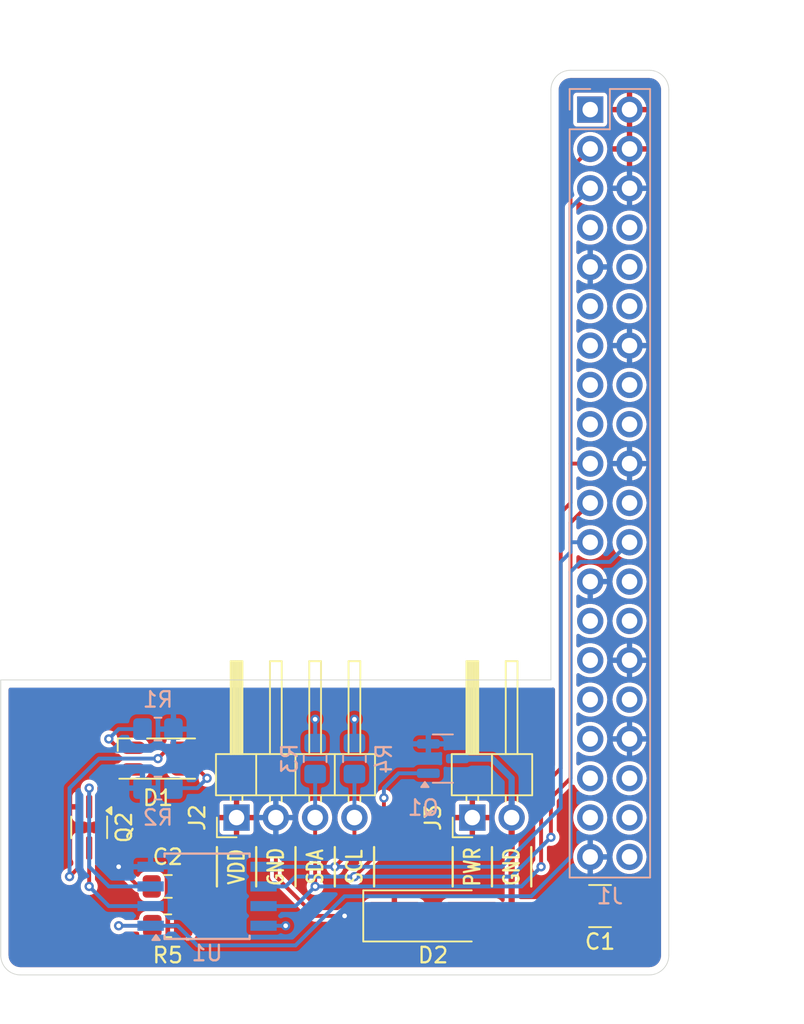
<source format=kicad_pcb>
(kicad_pcb (version 20240108) (generator "pcbnew") (generator_version "8.0")
  (title_block (title "RaspberryPI Mini Fan Driver") (date "2024-07-10") (rev "2"))
  (layers (0 "F.Cu" signal) (31 "B.Cu" signal) (34 "B.Paste" user) (35 "F.Paste" user) (36 "B.SilkS" user "B.Silkscreen") (37 "F.SilkS" user "F.Silkscreen") (38 "B.Mask" user) (39 "F.Mask" user) (44 "Edge.Cuts" user))
  (net 0 "")
  (net 1 "GND")
  (net 2 "Net-(D1-K2)")
  (net 3 "Net-(D1-A2)")
  (net 4 "Net-(D1-A1)")
  (net 5 "Net-(D1-K1)")
  (net 6 "5V0")
  (net 7 "Net-(D2-A)")
  (net 32 "/LED.G")
  (net 33 "/LED.R")
  (net 34 "/BUS.CK")
  (net 35 "/BUS.DO")
  (net 36 "/BUS.DI")
  (net 37 "/BUS.RES")
  (footprint "Connector_PinHeader_2.54mm:PinHeader_1x04_P2.54mm_Horizontal" (layer "F.Cu") (at 127 121.92 90)
    (property "Reference" "J2" (at 0 -2.54 90) (layer "F.SilkS"))
    (property "Value" "DPY_OUT")
    (fp_line (start 4.1 -1.33) (end 1.44 -1.33) (stroke (width 0.12)) (layer "F.SilkS"))
    (fp_line (start 1.44 -1.33) (end 1.44 8.95) (stroke (width 0.12)) (layer "F.SilkS"))
    (fp_line (start -1.27 -1.27) (end 0 -1.27) (stroke (width 0.12)) (layer "F.SilkS"))
    (fp_line (start 10.1 -0.38) (end 10.1 0.38) (stroke (width 0.12)) (layer "F.SilkS"))
    (fp_line (start 4.1 -0.38) (end 10.1 -0.38) (stroke (width 0.12)) (layer "F.SilkS"))
    (fp_line (start 1.11 -0.38) (end 1.44 -0.38) (stroke (width 0.12)) (layer "F.SilkS"))
    (fp_line (start 4.1 -0.32) (end 10.1 -0.32) (stroke (width 0.12)) (layer "F.SilkS"))
    (fp_line (start 4.1 -0.2) (end 10.1 -0.2) (stroke (width 0.12)) (layer "F.SilkS"))
    (fp_line (start 4.1 -0.08) (end 10.1 -0.08) (stroke (width 0.12)) (layer "F.SilkS"))
    (fp_line (start -1.27 0) (end -1.27 -1.27) (stroke (width 0.12)) (layer "F.SilkS"))
    (fp_line (start 4.1 0.04) (end 10.1 0.04) (stroke (width 0.12)) (layer "F.SilkS"))
    (fp_line (start 4.1 0.16) (end 10.1 0.16) (stroke (width 0.12)) (layer "F.SilkS"))
    (fp_line (start 4.1 0.28) (end 10.1 0.28) (stroke (width 0.12)) (layer "F.SilkS"))
    (fp_line (start 10.1 0.38) (end 4.1 0.38) (stroke (width 0.12)) (layer "F.SilkS"))
    (fp_line (start 1.11 0.38) (end 1.44 0.38) (stroke (width 0.12)) (layer "F.SilkS"))
    (fp_line (start 1.44 1.27) (end 4.1 1.27) (stroke (width 0.12)) (layer "F.SilkS"))
    (fp_line (start 10.1 2.16) (end 10.1 2.92) (stroke (width 0.12)) (layer "F.SilkS"))
    (fp_line (start 4.1 2.16) (end 10.1 2.16) (stroke (width 0.12)) (layer "F.SilkS"))
    (fp_line (start 1.042929 2.16) (end 1.44 2.16) (stroke (width 0.12)) (layer "F.SilkS"))
    (fp_line (start 10.1 2.92) (end 4.1 2.92) (stroke (width 0.12)) (layer "F.SilkS"))
    (fp_line (start 1.042929 2.92) (end 1.44 2.92) (stroke (width 0.12)) (layer "F.SilkS"))
    (fp_line (start 1.44 3.81) (end 4.1 3.81) (stroke (width 0.12)) (layer "F.SilkS"))
    (fp_line (start 10.1 4.7) (end 10.1 5.46) (stroke (width 0.12)) (layer "F.SilkS"))
    (fp_line (start 4.1 4.7) (end 10.1 4.7) (stroke (width 0.12)) (layer "F.SilkS"))
    (fp_line (start 1.042929 4.7) (end 1.44 4.7) (stroke (width 0.12)) (layer "F.SilkS"))
    (fp_line (start 10.1 5.46) (end 4.1 5.46) (stroke (width 0.12)) (layer "F.SilkS"))
    (fp_line (start 1.042929 5.46) (end 1.44 5.46) (stroke (width 0.12)) (layer "F.SilkS"))
    (fp_line (start 1.44 6.35) (end 4.1 6.35) (stroke (width 0.12)) (layer "F.SilkS"))
    (fp_line (start 10.1 7.24) (end 10.1 8) (stroke (width 0.12)) (layer "F.SilkS"))
    (fp_line (start 4.1 7.24) (end 10.1 7.24) (stroke (width 0.12)) (layer "F.SilkS"))
    (fp_line (start 1.042929 7.24) (end 1.44 7.24) (stroke (width 0.12)) (layer "F.SilkS"))
    (fp_line (start 10.1 8) (end 4.1 8) (stroke (width 0.12)) (layer "F.SilkS"))
    (fp_line (start 1.042929 8) (end 1.44 8) (stroke (width 0.12)) (layer "F.SilkS"))
    (fp_line (start 4.1 8.95) (end 4.1 -1.33) (stroke (width 0.12)) (layer "F.SilkS"))
    (fp_line (start 1.44 8.95) (end 4.1 8.95) (stroke (width 0.12)) (layer "F.SilkS"))
    (pad "1" thru_hole rect (at 0 0 90) (size 1.7 1.7) (drill 1) (layers "*.Cu" "*.Mask") (net 6 "5V0"))
    (pad "2" thru_hole oval (at 0 2.54 90) (size 1.7 1.7) (drill 1) (layers "*.Cu" "*.Mask") (net 1 "GND"))
    (pad "3" thru_hole oval (at 0 5.08 90) (size 1.7 1.7) (drill 1) (layers "*.Cu" "*.Mask") (net 35 "/BUS.DO"))
    (pad "4" thru_hole oval (at 0 7.62 90) (size 1.7 1.7) (drill 1) (layers "*.Cu" "*.Mask") (net 34 "/BUS.CK"))
  )
  (footprint "Connector_PinHeader_2.54mm:PinHeader_1x02_P2.54mm_Horizontal" (layer "F.Cu") (at 142.24 121.92 90)
    (property "Reference" "J3" (at 0 -2.54 90) (layer "F.SilkS"))
    (property "Value" "FAN_OUT")
    (fp_line (start 4.1 -1.33) (end 1.44 -1.33) (stroke (width 0.12)) (layer "F.SilkS"))
    (fp_line (start 1.44 -1.33) (end 1.44 3.87) (stroke (width 0.12)) (layer "F.SilkS"))
    (fp_line (start -1.27 -1.27) (end 0 -1.27) (stroke (width 0.12)) (layer "F.SilkS"))
    (fp_line (start 10.1 -0.38) (end 10.1 0.38) (stroke (width 0.12)) (layer "F.SilkS"))
    (fp_line (start 4.1 -0.38) (end 10.1 -0.38) (stroke (width 0.12)) (layer "F.SilkS"))
    (fp_line (start 1.11 -0.38) (end 1.44 -0.38) (stroke (width 0.12)) (layer "F.SilkS"))
    (fp_line (start 4.1 -0.32) (end 10.1 -0.32) (stroke (width 0.12)) (layer "F.SilkS"))
    (fp_line (start 4.1 -0.2) (end 10.1 -0.2) (stroke (width 0.12)) (layer "F.SilkS"))
    (fp_line (start 4.1 -0.08) (end 10.1 -0.08) (stroke (width 0.12)) (layer "F.SilkS"))
    (fp_line (start -1.27 0) (end -1.27 -1.27) (stroke (width 0.12)) (layer "F.SilkS"))
    (fp_line (start 4.1 0.04) (end 10.1 0.04) (stroke (width 0.12)) (layer "F.SilkS"))
    (fp_line (start 4.1 0.16) (end 10.1 0.16) (stroke (width 0.12)) (layer "F.SilkS"))
    (fp_line (start 4.1 0.28) (end 10.1 0.28) (stroke (width 0.12)) (layer "F.SilkS"))
    (fp_line (start 10.1 0.38) (end 4.1 0.38) (stroke (width 0.12)) (layer "F.SilkS"))
    (fp_line (start 1.11 0.38) (end 1.44 0.38) (stroke (width 0.12)) (layer "F.SilkS"))
    (fp_line (start 1.44 1.27) (end 4.1 1.27) (stroke (width 0.12)) (layer "F.SilkS"))
    (fp_line (start 10.1 2.16) (end 10.1 2.92) (stroke (width 0.12)) (layer "F.SilkS"))
    (fp_line (start 4.1 2.16) (end 10.1 2.16) (stroke (width 0.12)) (layer "F.SilkS"))
    (fp_line (start 1.042929 2.16) (end 1.44 2.16) (stroke (width 0.12)) (layer "F.SilkS"))
    (fp_line (start 10.1 2.92) (end 4.1 2.92) (stroke (width 0.12)) (layer "F.SilkS"))
    (fp_line (start 1.042929 2.92) (end 1.44 2.92) (stroke (width 0.12)) (layer "F.SilkS"))
    (fp_line (start 4.1 3.87) (end 4.1 -1.33) (stroke (width 0.12)) (layer "F.SilkS"))
    (fp_line (start 1.44 3.87) (end 4.1 3.87) (stroke (width 0.12)) (layer "F.SilkS"))
    (pad "1" thru_hole rect (at 0 0 90) (size 1.7 1.7) (drill 1) (layers "*.Cu" "*.Mask") (net 6 "5V0"))
    (pad "2" thru_hole oval (at 0 2.54 90) (size 1.7 1.7) (drill 1) (layers "*.Cu" "*.Mask") (net 7 "Net-(D2-A)"))
  )
  (footprint "Capacitor_SMD:C_1210_3225Metric_Pad1.33x2.70mm_HandSolder" (layer "F.Cu") (at 150.495 127.635 180)
    (property "Reference" "C1" (at 0 -2.3 0) (layer "F.SilkS"))
    (property "Value" "100u")
    (fp_line (start -0.711252 1.36) (end 0.711252 1.36) (stroke (width 0.12)) (layer "F.SilkS"))
    (fp_line (start -0.711252 -1.36) (end 0.711252 -1.36) (stroke (width 0.12)) (layer "F.SilkS"))
    (pad "1" smd roundrect (at -1.5625 0 180) (size 1.325 2.7) (layers "F.Cu" "F.Paste" "F.Mask") (roundrect_rratio 0.188679) (net 6 "5V0"))
    (pad "2" smd roundrect (at 1.5625 0 180) (size 1.325 2.7) (layers "F.Cu" "F.Paste" "F.Mask") (roundrect_rratio 0.188679) (net 7 "Net-(D2-A)"))
  )
  (footprint "Package_TO_SOT_SMD:SOT-363_SC-70-6_Handsoldering" (layer "F.Cu") (at 117.475 122.555 -90)
    (property "Reference" "Q2" (at 0 -2.25 90) (layer "F.SilkS"))
    (property "Value" "2N7002PS")
    (fp_line (start -0.7 1.16) (end 0.7 1.16) (stroke (width 0.12)) (layer "F.SilkS"))
    (fp_line (start -0.71 -1.16) (end 0.7 -1.16) (stroke (width 0.12)) (layer "F.SilkS"))
    (fp_poly (pts (xy -1.08 -1.11) (xy -1.32 -1.44) (xy -0.84 -1.44) (xy -1.08 -1.11)) (stroke (width 0.12)) (fill solid) (layer "F.SilkS"))
    (pad "1" smd roundrect (at -1.33 -0.65 270) (size 1.5 0.4) (layers "F.Cu" "F.Paste" "F.Mask") (net 3 "Net-(D1-A2)"))
    (pad "2" smd roundrect (at -1.33 0 270) (size 1.5 0.4) (layers "F.Cu" "F.Paste" "F.Mask") (net 32 "/LED.G"))
    (pad "3" smd roundrect (at -1.33 0.65 270) (size 1.5 0.4) (layers "F.Cu" "F.Paste" "F.Mask") (net 6 "5V0"))
    (pad "4" smd roundrect (at 1.33 0.65 270) (size 1.5 0.4) (layers "F.Cu" "F.Paste" "F.Mask") (net 4 "Net-(D1-A1)"))
    (pad "5" smd roundrect (at 1.33 0 270) (size 1.5 0.4) (layers "F.Cu" "F.Paste" "F.Mask") (net 33 "/LED.R"))
    (pad "6" smd roundrect (at 1.33 -0.65 270) (size 1.5 0.4) (layers "F.Cu" "F.Paste" "F.Mask") (net 6 "5V0"))
  )
  (footprint "Diode_SMD:D_SMA_Handsoldering" (layer "F.Cu") (at 139.7 128.27)
    (property "Reference" "D2" (at 0 2.54 0) (layer "F.SilkS"))
    (property "Value" "SK34")
    (fp_line (start -4.51 -1.65) (end -4.51 1.65) (stroke (width 0.12)) (layer "F.SilkS"))
    (fp_line (start -4.51 -1.65) (end 2.5 -1.65) (stroke (width 0.12)) (layer "F.SilkS"))
    (fp_line (start -4.51 1.65) (end 2.5 1.65) (stroke (width 0.12)) (layer "F.SilkS"))
    (pad "1" smd roundrect (at -2.5 0) (size 3.5 1.8) (layers "F.Cu" "F.Paste" "F.Mask") (roundrect_rratio 0.1388888889) (net 6 "5V0"))
    (pad "2" smd roundrect (at 2.5 0) (size 3.5 1.8) (layers "F.Cu" "F.Paste" "F.Mask") (roundrect_rratio 0.1388888889) (net 7 "Net-(D2-A)"))
  )
  (footprint "Resistor_SMD:R_0805_2012Metric_Pad1.20x1.40mm_HandSolder" (layer "F.Cu") (at 122.555 128.905)
    (property "Reference" "R5" (at 0 1.905 0) (layer "F.SilkS"))
    (property "Value" "10k")
    (fp_line (start -0.227064 -0.735) (end 0.227064 -0.735) (stroke (width 0.12)) (layer "F.SilkS"))
    (fp_line (start -0.227064 0.735) (end 0.227064 0.735) (stroke (width 0.12)) (layer "F.SilkS"))
    (pad "1" smd roundrect (at -1 0) (size 1.2 1.4) (layers "F.Cu" "F.Paste" "F.Mask") (roundrect_rratio 0.208333) (net 37 "/BUS.RES"))
    (pad "2" smd roundrect (at 1 0) (size 1.2 1.4) (layers "F.Cu" "F.Paste" "F.Mask") (roundrect_rratio 0.208333) (net 6 "5V0"))
  )
  (footprint "Capacitor_SMD:C_0805_2012Metric_Pad1.18x1.45mm_HandSolder" (layer "F.Cu") (at 122.555 126.365 180)
    (property "Reference" "C2" (at 0 1.905 0) (layer "F.SilkS"))
    (property "Value" "1u")
    (fp_line (start -0.261252 0.735) (end 0.261252 0.735) (stroke (width 0.12)) (layer "F.SilkS"))
    (fp_line (start -0.261252 -0.735) (end 0.261252 -0.735) (stroke (width 0.12)) (layer "F.SilkS"))
    (pad "1" smd roundrect (at -1.0375 0 180) (size 1.175 1.45) (layers "F.Cu" "F.Paste" "F.Mask") (roundrect_rratio 0.212766) (net 6 "5V0"))
    (pad "2" smd roundrect (at 1.0375 0 180) (size 1.175 1.45) (layers "F.Cu" "F.Paste" "F.Mask") (roundrect_rratio 0.212766) (net 1 "GND"))
  )
  (footprint "LED_SMD:LED_Kingbright_KPBD-3224" (layer "F.Cu") (at 121.92 118.11)
    (property "Reference" "D1" (at 0 2.54 0) (layer "F.SilkS"))
    (property "Value" "KPTB-1612")
    (fp_line (start -2.6 -1.3) (end -2.6 -0.5) (stroke (width 0.12)) (layer "F.SilkS"))
    (fp_line (start -2.6 -1.3) (end -1.7 -1.3) (stroke (width 0.12)) (layer "F.SilkS"))
    (fp_line (start -2.5 1.3) (end 2.4 1.3) (stroke (width 0.12)) (layer "F.SilkS"))
    (fp_line (start 2.4 -1.3) (end -0.7 -1.3) (stroke (width 0.12)) (layer "F.SilkS"))
    (pad "1" smd rect (at 1.6 -0.7 180) (size 1.6 0.8) (layers "F.Cu" "F.Paste" "F.Mask") (net 4 "Net-(D1-A1)"))
    (pad "2" smd oval (at -1.6 -0.7 180) (size 1.6 0.8) (layers "F.Cu" "F.Paste" "F.Mask") (net 5 "Net-(D1-K1)"))
    (pad "3" smd oval (at 1.6 0.7 180) (size 1.6 0.8) (layers "F.Cu" "F.Paste" "F.Mask") (net 2 "Net-(D1-K2)"))
    (pad "4" smd oval (at -1.6 0.7 180) (size 1.6 0.8) (layers "F.Cu" "F.Paste" "F.Mask") (net 3 "Net-(D1-A2)"))
  )
  (footprint "Package_SO:SOIC-8W_5.3x5.3mm_P1.27mm" (layer "B.Cu") (at 125.095 127)
    (property "Reference" "U1" (at 0 3.68 0) (layer "B.SilkS") (effects (justify mirror)))
    (property "Value" "ATtiny85-20S")
    (fp_line (start -2.75 -2.55) (end -2.75 -2.755) (stroke (width 0.15)) (layer "B.SilkS"))
    (fp_line (start -2.75 2.55) (end -2.75 2.755) (stroke (width 0.15)) (layer "B.SilkS"))
    (fp_line (start 2.75 -2.755) (end -2.75 -2.755) (stroke (width 0.15)) (layer "B.SilkS"))
    (fp_line (start 2.75 -2.55) (end 2.75 -2.755) (stroke (width 0.15)) (layer "B.SilkS"))
    (fp_line (start 2.75 2.55) (end 2.75 2.755) (stroke (width 0.15)) (layer "B.SilkS"))
    (fp_line (start 2.75 2.755) (end -2.75 2.755) (stroke (width 0.15)) (layer "B.SilkS"))
    (fp_poly (pts (xy -3.3 2.5) (xy -3.54 2.83) (xy -3.06 2.83) (xy -3.3 2.5)) (stroke (width 0.12)) (fill solid) (layer "B.SilkS"))
    (pad "1" smd rect (at -3.65 1.905) (size 1.7 0.65) (layers "B.Cu" "B.Paste" "B.Mask") (net 37 "/BUS.RES"))
    (pad "2" smd rect (at -3.65 0.635) (size 1.7 0.65) (layers "B.Cu" "B.Paste" "B.Mask") (net 33 "/LED.R"))
    (pad "3" smd rect (at -3.65 -0.635) (size 1.7 0.65) (layers "B.Cu" "B.Paste" "B.Mask") (net 32 "/LED.G"))
    (pad "4" smd rect (at -3.65 -1.905) (size 1.7 0.65) (layers "B.Cu" "B.Paste" "B.Mask") (net 1 "GND"))
    (pad "5" smd rect (at 3.65 -1.905) (size 1.7 0.65) (layers "B.Cu" "B.Paste" "B.Mask") (net 34 "/BUS.CK"))
    (pad "6" smd rect (at 3.65 -0.635) (size 1.7 0.65) (layers "B.Cu" "B.Paste" "B.Mask") (net 36 "/BUS.DI"))
    (pad "7" smd rect (at 3.65 0.635) (size 1.7 0.65) (layers "B.Cu" "B.Paste" "B.Mask") (net 35 "/BUS.DO"))
    (pad "8" smd rect (at 3.65 1.905) (size 1.7 0.65) (layers "B.Cu" "B.Paste" "B.Mask") (net 6 "5V0"))
  )
  (footprint "Resistor_SMD:R_0805_2012Metric_Pad1.20x1.40mm_HandSolder" (layer "B.Cu") (at 121.92 116.205)
    (property "Reference" "R1" (at 0 -1.905 0) (layer "B.SilkS") (effects (justify mirror)))
    (property "Value" "200")
    (fp_line (start 0.227064 -0.735) (end -0.227064 -0.735) (stroke (width 0.12)) (layer "B.SilkS"))
    (fp_line (start 0.227064 0.735) (end -0.227064 0.735) (stroke (width 0.12)) (layer "B.SilkS"))
    (pad "1" smd roundrect (at -1 0) (size 1.2 1.4) (layers "B.Cu" "B.Paste" "B.Mask") (roundrect_rratio 0.208333) (net 5 "Net-(D1-K1)"))
    (pad "2" smd roundrect (at 1 0) (size 1.2 1.4) (layers "B.Cu" "B.Paste" "B.Mask") (roundrect_rratio 0.208333) (net 1 "GND"))
  )
  (footprint "Connector_PinSocket_2.54mm:PinSocket_2x20_P2.54mm_Vertical" (layer "B.Cu") (at 149.86 76.2 180)
    (property "Reference" "J1" (at -1.27 -50.8 0) (layer "B.SilkS") (effects (justify mirror)))
    (property "Value" "RPI_INOUT")
    (fp_line (start 1.33 1.33) (end 0 1.33) (stroke (width 0.12)) (layer "B.SilkS"))
    (fp_line (start 1.33 0) (end 1.33 1.33) (stroke (width 0.12)) (layer "B.SilkS"))
    (fp_line (start 1.33 -1.27) (end -1.27 -1.27) (stroke (width 0.12)) (layer "B.SilkS"))
    (fp_line (start 1.33 -49.59) (end 1.33 -1.27) (stroke (width 0.12)) (layer "B.SilkS"))
    (fp_line (start 1.33 -49.59) (end -3.87 -49.59) (stroke (width 0.12)) (layer "B.SilkS"))
    (fp_line (start -1.27 1.33) (end -3.87 1.33) (stroke (width 0.12)) (layer "B.SilkS"))
    (fp_line (start -1.27 -1.27) (end -1.27 1.33) (stroke (width 0.12)) (layer "B.SilkS"))
    (fp_line (start -3.87 -49.59) (end -3.87 1.33) (stroke (width 0.12)) (layer "B.SilkS"))
    (pad "1" thru_hole rect (at 0 0 180) (size 1.7 1.7) (drill 1) (layers "*.Cu" "*.Mask"))
    (pad "2" thru_hole oval (at -2.54 0 180) (size 1.7 1.7) (drill 1) (layers "*.Cu" "*.Mask") (net 6 "5V0"))
    (pad "3" thru_hole oval (at 0 -2.54 180) (size 1.7 1.7) (drill 1) (layers "*.Cu" "*.Mask") (net 35 "/BUS.DO"))
    (pad "4" thru_hole oval (at -2.54 -2.54 180) (size 1.7 1.7) (drill 1) (layers "*.Cu" "*.Mask") (net 6 "5V0"))
    (pad "5" thru_hole oval (at 0 -5.08 180) (size 1.7 1.7) (drill 1) (layers "*.Cu" "*.Mask") (net 34 "/BUS.CK"))
    (pad "6" thru_hole oval (at -2.54 -5.08 180) (size 1.7 1.7) (drill 1) (layers "*.Cu" "*.Mask") (net 1 "GND"))
    (pad "7" thru_hole oval (at 0 -7.62 180) (size 1.7 1.7) (drill 1) (layers "*.Cu" "*.Mask"))
    (pad "8" thru_hole oval (at -2.54 -7.62 180) (size 1.7 1.7) (drill 1) (layers "*.Cu" "*.Mask"))
    (pad "9" thru_hole oval (at 0 -10.16 180) (size 1.7 1.7) (drill 1) (layers "*.Cu" "*.Mask") (net 1 "GND"))
    (pad "10" thru_hole oval (at -2.54 -10.16 180) (size 1.7 1.7) (drill 1) (layers "*.Cu" "*.Mask"))
    (pad "11" thru_hole oval (at 0 -12.7 180) (size 1.7 1.7) (drill 1) (layers "*.Cu" "*.Mask"))
    (pad "12" thru_hole oval (at -2.54 -12.7 180) (size 1.7 1.7) (drill 1) (layers "*.Cu" "*.Mask"))
    (pad "13" thru_hole oval (at 0 -15.24 180) (size 1.7 1.7) (drill 1) (layers "*.Cu" "*.Mask"))
    (pad "14" thru_hole oval (at -2.54 -15.24 180) (size 1.7 1.7) (drill 1) (layers "*.Cu" "*.Mask") (net 1 "GND"))
    (pad "15" thru_hole oval (at 0 -17.78 180) (size 1.7 1.7) (drill 1) (layers "*.Cu" "*.Mask"))
    (pad "16" thru_hole oval (at -2.54 -17.78 180) (size 1.7 1.7) (drill 1) (layers "*.Cu" "*.Mask"))
    (pad "17" thru_hole oval (at 0 -20.32 180) (size 1.7 1.7) (drill 1) (layers "*.Cu" "*.Mask"))
    (pad "18" thru_hole oval (at -2.54 -20.32 180) (size 1.7 1.7) (drill 1) (layers "*.Cu" "*.Mask"))
    (pad "19" thru_hole oval (at 0 -22.86 180) (size 1.7 1.7) (drill 1) (layers "*.Cu" "*.Mask") (net 35 "/BUS.DO"))
    (pad "20" thru_hole oval (at -2.54 -22.86 180) (size 1.7 1.7) (drill 1) (layers "*.Cu" "*.Mask") (net 1 "GND"))
    (pad "21" thru_hole oval (at 0 -25.4 180) (size 1.7 1.7) (drill 1) (layers "*.Cu" "*.Mask") (net 36 "/BUS.DI"))
    (pad "22" thru_hole oval (at -2.54 -25.4 180) (size 1.7 1.7) (drill 1) (layers "*.Cu" "*.Mask"))
    (pad "23" thru_hole oval (at 0 -27.94 180) (size 1.7 1.7) (drill 1) (layers "*.Cu" "*.Mask") (net 34 "/BUS.CK"))
    (pad "24" thru_hole oval (at -2.54 -27.94 180) (size 1.7 1.7) (drill 1) (layers "*.Cu" "*.Mask") (net 37 "/BUS.RES"))
    (pad "25" thru_hole oval (at 0 -30.48 180) (size 1.7 1.7) (drill 1) (layers "*.Cu" "*.Mask") (net 1 "GND"))
    (pad "26" thru_hole oval (at -2.54 -30.48 180) (size 1.7 1.7) (drill 1) (layers "*.Cu" "*.Mask"))
    (pad "27" thru_hole oval (at 0 -33.02 180) (size 1.7 1.7) (drill 1) (layers "*.Cu" "*.Mask"))
    (pad "28" thru_hole oval (at -2.54 -33.02 180) (size 1.7 1.7) (drill 1) (layers "*.Cu" "*.Mask"))
    (pad "29" thru_hole oval (at 0 -35.56 180) (size 1.7 1.7) (drill 1) (layers "*.Cu" "*.Mask"))
    (pad "30" thru_hole oval (at -2.54 -35.56 180) (size 1.7 1.7) (drill 1) (layers "*.Cu" "*.Mask") (net 1 "GND"))
    (pad "31" thru_hole oval (at 0 -38.1 180) (size 1.7 1.7) (drill 1) (layers "*.Cu" "*.Mask"))
    (pad "32" thru_hole oval (at -2.54 -38.1 180) (size 1.7 1.7) (drill 1) (layers "*.Cu" "*.Mask"))
    (pad "33" thru_hole oval (at 0 -40.64 180) (size 1.7 1.7) (drill 1) (layers "*.Cu" "*.Mask"))
    (pad "34" thru_hole oval (at -2.54 -40.64 180) (size 1.7 1.7) (drill 1) (layers "*.Cu" "*.Mask") (net 1 "GND"))
    (pad "35" thru_hole oval (at 0 -43.18 180) (size 1.7 1.7) (drill 1) (layers "*.Cu" "*.Mask"))
    (pad "36" thru_hole oval (at -2.54 -43.18 180) (size 1.7 1.7) (drill 1) (layers "*.Cu" "*.Mask"))
    (pad "37" thru_hole oval (at 0 -45.72 180) (size 1.7 1.7) (drill 1) (layers "*.Cu" "*.Mask"))
    (pad "38" thru_hole oval (at -2.54 -45.72 180) (size 1.7 1.7) (drill 1) (layers "*.Cu" "*.Mask"))
    (pad "39" thru_hole oval (at 0 -48.26 180) (size 1.7 1.7) (drill 1) (layers "*.Cu" "*.Mask") (net 1 "GND"))
    (pad "40" thru_hole oval (at -2.54 -48.26 180) (size 1.7 1.7) (drill 1) (layers "*.Cu" "*.Mask"))
  )
  (footprint "Package_TO_SOT_SMD:SOT-23" (layer "B.Cu") (at 140.335 118.11)
    (property "Reference" "Q1" (at -1.27 3.175 0) (layer "B.SilkS") (effects (justify mirror)))
    (property "Value" "IRLML6346")
    (fp_line (start -0.65 -1.56) (end 0 -1.56) (stroke (width 0.12)) (layer "B.SilkS"))
    (fp_line (start -0.65 1.56) (end 0 1.56) (stroke (width 0.12)) (layer "B.SilkS"))
    (fp_line (start 0.65 -1.56) (end 0 -1.56) (stroke (width 0.12)) (layer "B.SilkS"))
    (fp_line (start 0.65 1.56) (end 0 1.56) (stroke (width 0.12)) (layer "B.SilkS"))
    (fp_poly (pts (xy -1.1625 1.51) (xy -1.4025 1.84) (xy -0.9225 1.84) (xy -1.1625 1.51)) (stroke (width 0.12)) (fill solid) (layer "B.SilkS"))
    (pad "1" smd roundrect (at -0.9375 0.95) (size 1.475 0.6) (layers "B.Cu" "B.Paste" "B.Mask") (net 36 "/BUS.DI"))
    (pad "2" smd roundrect (at -0.9375 -0.95) (size 1.475 0.6) (layers "B.Cu" "B.Paste" "B.Mask") (net 1 "GND"))
    (pad "3" smd roundrect (at 0.9375 0) (size 1.475 0.6) (layers "B.Cu" "B.Paste" "B.Mask") (net 7 "Net-(D2-A)"))
  )
  (footprint "Resistor_SMD:R_0805_2012Metric_Pad1.20x1.40mm_HandSolder" (layer "B.Cu") (at 134.62 118.11 -90)
    (property "Reference" "R4" (at 0 -1.905 90) (layer "B.SilkS") (effects (justify mirror)))
    (property "Value" "4k7")
    (fp_line (start 0.227064 0.735) (end -0.227064 0.735) (stroke (width 0.12)) (layer "B.SilkS"))
    (fp_line (start 0.227064 -0.735) (end -0.227064 -0.735) (stroke (width 0.12)) (layer "B.SilkS"))
    (pad "1" smd roundrect (at -1 0 270) (size 1.2 1.4) (layers "B.Cu" "B.Paste" "B.Mask") (roundrect_rratio 0.208333) (net 6 "5V0"))
    (pad "2" smd roundrect (at 1 0 270) (size 1.2 1.4) (layers "B.Cu" "B.Paste" "B.Mask") (roundrect_rratio 0.208333) (net 34 "/BUS.CK"))
  )
  (footprint "Resistor_SMD:R_0805_2012Metric_Pad1.20x1.40mm_HandSolder" (layer "B.Cu") (at 121.92 120.015 180)
    (property "Reference" "R2" (at 0 -1.905 0) (layer "B.SilkS") (effects (justify mirror)))
    (property "Value" "120")
    (fp_line (start 0.227064 0.735) (end -0.227064 0.735) (stroke (width 0.12)) (layer "B.SilkS"))
    (fp_line (start 0.227064 -0.735) (end -0.227064 -0.735) (stroke (width 0.12)) (layer "B.SilkS"))
    (pad "1" smd roundrect (at -1 0 180) (size 1.2 1.4) (layers "B.Cu" "B.Paste" "B.Mask") (roundrect_rratio 0.208333) (net 2 "Net-(D1-K2)"))
    (pad "2" smd roundrect (at 1 0 180) (size 1.2 1.4) (layers "B.Cu" "B.Paste" "B.Mask") (roundrect_rratio 0.208333) (net 1 "GND"))
  )
  (footprint "Resistor_SMD:R_0805_2012Metric_Pad1.20x1.40mm_HandSolder" (layer "B.Cu") (at 132.08 118.11 -90)
    (property "Reference" "R3" (at 0 1.65 90) (layer "B.SilkS") (effects (justify mirror)))
    (property "Value" "4k7")
    (fp_line (start 0.227064 0.735) (end -0.227064 0.735) (stroke (width 0.12)) (layer "B.SilkS"))
    (fp_line (start 0.227064 -0.735) (end -0.227064 -0.735) (stroke (width 0.12)) (layer "B.SilkS"))
    (pad "1" smd roundrect (at -1 0 270) (size 1.2 1.4) (layers "B.Cu" "B.Paste" "B.Mask") (roundrect_rratio 0.208333) (net 6 "5V0"))
    (pad "2" smd roundrect (at 1 0 270) (size 1.2 1.4) (layers "B.Cu" "B.Paste" "B.Mask") (roundrect_rratio 0.208333) (net 35 "/BUS.DO"))
  )
  (gr_line (start 143.51 126.365) (end 143.51 123.825) (stroke (width 0.15)) (layer "F.SilkS"))
  (gr_line (start 133.35 126.365) (end 133.35 123.825) (stroke (width 0.15)) (layer "F.SilkS"))
  (gr_line (start 140.97 126.365) (end 140.97 123.825) (stroke (width 0.15)) (layer "F.SilkS"))
  (gr_line (start 125.73 126.365) (end 125.73 123.825) (stroke (width 0.15)) (layer "F.SilkS"))
  (gr_line (start 146.05 123.825) (end 146.05 126.365) (stroke (width 0.15)) (layer "F.SilkS"))
  (gr_line (start 130.81 123.825) (end 130.81 126.365) (stroke (width 0.15)) (layer "F.SilkS"))
  (gr_line (start 135.89 123.825) (end 135.89 126.365) (stroke (width 0.15)) (layer "F.SilkS"))
  (gr_line (start 128.27 126.365) (end 128.27 123.825) (stroke (width 0.15)) (layer "F.SilkS"))
  (gr_line (start 153.67 73.66) (end 148.59 73.66) (stroke (width 0.05)) (layer "Edge.Cuts"))
  (gr_line (start 147.32 74.93) (end 147.32 113.03) (stroke (width 0.05)) (layer "Edge.Cuts"))
  (gr_arc (start 147.32 74.93) (mid 147.691974 74.031974) (end 148.59 73.66) (stroke (width 0.05)) (layer "Edge.Cuts"))
  (gr_line (start 113.03 132.08) (end 153.67 132.08) (stroke (width 0.05)) (layer "Edge.Cuts"))
  (gr_arc (start 154.94 130.81) (mid 154.568026 131.708026) (end 153.67 132.08) (stroke (width 0.05)) (layer "Edge.Cuts"))
  (gr_arc (start 153.67 73.66) (mid 154.568026 74.031974) (end 154.94 74.93) (stroke (width 0.05)) (layer "Edge.Cuts"))
  (gr_arc (start 113.03 132.08) (mid 112.131974 131.708026) (end 111.76 130.81) (stroke (width 0.05)) (layer "Edge.Cuts"))
  (gr_line (start 147.32 113.03) (end 111.76 113.03) (stroke (width 0.05)) (layer "Edge.Cuts"))
  (gr_line (start 154.94 130.81) (end 154.94 74.93) (stroke (width 0.05)) (layer "Edge.Cuts"))
  (gr_line (start 111.76 113.03) (end 111.76 130.81) (stroke (width 0.05)) (layer "Edge.Cuts"))
  (gr_text "VDD" (at 127 125.095 90) (layer "F.SilkS") (effects (font (size 1 0.8))))
  (gr_text "SDA" (at 132.08 125.095 90) (layer "F.SilkS") (effects (font (size 1 0.8))))
  (gr_text "PWR" (at 142.24 125.095 90) (layer "F.SilkS") (effects (font (size 1 0.8))))
  (gr_text "SCL" (at 134.62 125.095 90) (layer "F.SilkS") (effects (font (size 1 0.8))))
  (gr_text "GND" (at 129.54 125.095 90) (layer "F.SilkS") (effects (font (size 1 0.8))))
  (gr_text "GND" (at 144.78 125.095 90) (layer "F.SilkS") (effects (font (size 1 0.8))))
  (segment (start 133.985 128.27) (end 132.08 128.27) (width 0.25) (layer "F.Cu") (net 1))
  (segment (start 129.54 125.73) (end 129.54 121.92) (width 0.25) (layer "F.Cu") (net 1))
  (segment (start 120.65 126.365) (end 121.5175 126.365) (width 0.25) (layer "F.Cu") (net 1))
  (segment (start 119.38 125.095) (end 120.65 126.365) (width 0.25) (layer "F.Cu") (net 1))
  (segment (start 132.08 128.27) (end 129.54 125.73) (width 0.25) (layer "F.Cu") (net 1))
  (via (at 119.38 125.095) (size 0.6) (drill 0.3) (layers "F.Cu" "B.Cu") (net 1))
  (via (at 133.985 128.27) (size 0.6) (drill 0.3) (layers "F.Cu" "B.Cu") (net 1))
  (segment (start 123.52 118.81) (end 124.525 118.81) (width 0.25) (layer "F.Cu") (net 2))
  (segment (start 124.525 118.81) (end 125.095 119.38) (width 0.25) (layer "F.Cu") (net 2))
  (via (at 125.095 119.38) (size 0.6) (drill 0.3) (layers "F.Cu" "B.Cu") (net 2))
  (segment (start 124.46 120.015) (end 122.92 120.015) (width 0.25) (layer "B.Cu") (net 2))
  (segment (start 125.095 119.38) (end 124.46 120.015) (width 0.25) (layer "B.Cu") (net 2))
  (segment (start 118.125 121.225) (end 118.125 120) (width 0.25) (layer "F.Cu") (net 3))
  (segment (start 119.315 118.81) (end 120.32 118.81) (width 0.25) (layer "F.Cu") (net 3))
  (segment (start 118.125 120) (end 119.315 118.81) (width 0.25) (layer "F.Cu") (net 3))
  (segment (start 122.62 117.41) (end 123.52 117.41) (width 0.25) (layer "F.Cu") (net 4))
  (segment (start 121.92 118.11) (end 122.62 117.41) (width 0.25) (layer "F.Cu") (net 4))
  (segment (start 116.825 125.11) (end 116.205 125.73) (width 0.25) (layer "F.Cu") (net 4))
  (segment (start 116.825 123.885) (end 116.825 125.11) (width 0.25) (layer "F.Cu") (net 4))
  (via (at 116.205 125.73) (size 0.6) (drill 0.3) (layers "F.Cu" "B.Cu") (net 4))
  (via (at 121.92 118.11) (size 0.6) (drill 0.3) (layers "F.Cu" "B.Cu") (net 4))
  (segment (start 118.11 118.11) (end 121.92 118.11) (width 0.25) (layer "B.Cu") (net 4))
  (segment (start 116.205 125.73) (end 116.205 120.015) (width 0.25) (layer "B.Cu") (net 4))
  (segment (start 116.205 120.015) (end 118.11 118.11) (width 0.25) (layer "B.Cu") (net 4))
  (segment (start 120.32 117.41) (end 119.315 117.41) (width 0.25) (layer "F.Cu") (net 5))
  (segment (start 119.315 117.41) (end 118.745 116.84) (width 0.25) (layer "F.Cu") (net 5))
  (via (at 118.745 116.84) (size 0.6) (drill 0.3) (layers "F.Cu" "B.Cu") (net 5))
  (segment (start 119.38 116.205) (end 118.745 116.84) (width 0.25) (layer "B.Cu") (net 5))
  (segment (start 120.92 116.205) (end 119.38 116.205) (width 0.25) (layer "B.Cu") (net 5))
  (via (at 130.175 128.905) (size 0.6) (drill 0.3) (layers "F.Cu" "B.Cu") (net 6))
  (via (at 132.08 115.57) (size 0.6) (drill 0.3) (layers "F.Cu" "B.Cu") (net 6))
  (via (at 134.62 115.57) (size 0.6) (drill 0.3) (layers "F.Cu" "B.Cu") (net 6))
  (segment (start 128.745 128.905) (end 130.175 128.905) (width 0.25) (layer "B.Cu") (net 6))
  (segment (start 132.08 117.11) (end 132.08 115.57) (width 0.25) (layer "B.Cu") (net 6))
  (segment (start 134.62 117.11) (end 134.62 115.57) (width 0.25) (layer "B.Cu") (net 6))
  (segment (start 144.145 128.27) (end 142.2 128.27) (width 0.4) (layer "F.Cu") (net 7))
  (segment (start 144.78 121.92) (end 144.78 127.635) (width 0.4) (layer "F.Cu") (net 7))
  (segment (start 144.78 127.635) (end 144.145 128.27) (width 0.4) (layer "F.Cu") (net 7))
  (segment (start 144.78 127.635) (end 148.9325 127.635) (width 0.4) (layer "F.Cu") (net 7))
  (segment (start 143.51 118.11) (end 144.78 119.38) (width 0.4) (layer "B.Cu") (net 7))
  (segment (start 141.2725 118.11) (end 143.51 118.11) (width 0.4) (layer "B.Cu") (net 7))
  (segment (start 144.78 119.38) (end 144.78 121.92) (width 0.4) (layer "B.Cu") (net 7))
  (segment (start 117.475 120.015) (end 117.475 121.225) (width 0.25) (layer "F.Cu") (net 32))
  (via (at 117.475 120.015) (size 0.6) (drill 0.3) (layers "F.Cu" "B.Cu") (net 32))
  (segment (start 118.745 126.365) (end 117.475 125.095) (width 0.25) (layer "B.Cu") (net 32))
  (segment (start 117.475 125.095) (end 117.475 120.015) (width 0.25) (layer "B.Cu") (net 32))
  (segment (start 118.745 126.365) (end 121.445 126.365) (width 0.25) (layer "B.Cu") (net 32))
  (segment (start 117.475 123.885) (end 117.475 126.365) (width 0.25) (layer "F.Cu") (net 33))
  (via (at 117.475 126.365) (size 0.6) (drill 0.3) (layers "F.Cu" "B.Cu") (net 33))
  (segment (start 117.475 126.365) (end 118.745 127.635) (width 0.25) (layer "B.Cu") (net 33))
  (segment (start 118.745 127.635) (end 121.445 127.635) (width 0.25) (layer "B.Cu") (net 33))
  (segment (start 133.35 125.095) (end 134.62 123.825) (width 0.25) (layer "F.Cu") (net 34))
  (segment (start 134.62 123.825) (end 134.62 121.92) (width 0.25) (layer "F.Cu") (net 34))
  (via (at 133.35 125.095) (size 0.6) (drill 0.3) (layers "F.Cu" "B.Cu") (net 34))
  (segment (start 134.62 119.11) (end 134.62 121.92) (width 0.25) (layer "B.Cu") (net 34))
  (segment (start 133.35 125.095) (end 144.145 125.095) (width 0.25) (layer "B.Cu") (net 34))
  (segment (start 128.11 125.095) (end 133.35 125.095) (width 0.25) (layer "B.Cu") (net 34))
  (segment (start 148.59 104.14) (end 148.59 82.55) (width 0.25) (layer "B.Cu") (net 34))
  (segment (start 148.59 104.775) (end 148.59 104.14) (width 0.25) (layer "B.Cu") (net 34))
  (segment (start 149.86 104.14) (end 148.59 104.14) (width 0.25) (layer "B.Cu") (net 34))
  (segment (start 147.955 105.41) (end 148.59 104.775) (width 0.25) (layer "B.Cu") (net 34))
  (segment (start 147.955 121.285) (end 147.955 105.41) (width 0.25) (layer "B.Cu") (net 34))
  (segment (start 144.145 125.095) (end 147.955 121.285) (width 0.25) (layer "B.Cu") (net 34))
  (segment (start 148.59 82.55) (end 149.86 81.28) (width 0.25) (layer "B.Cu") (net 34))
  (segment (start 148.59 80.01) (end 149.86 78.74) (width 0.25) (layer "F.Cu") (net 35))
  (segment (start 147.955 118.745) (end 147.955 102.235) (width 0.25) (layer "F.Cu") (net 35))
  (segment (start 147.955 102.235) (end 148.59 101.6) (width 0.25) (layer "F.Cu") (net 35))
  (segment (start 148.59 99.06) (end 149.86 99.06) (width 0.25) (layer "F.Cu") (net 35))
  (segment (start 146.685 125.095) (end 146.685 120.015) (width 0.25) (layer "F.Cu") (net 35))
  (segment (start 148.59 101.6) (end 148.59 99.06) (width 0.25) (layer "F.Cu") (net 35))
  (segment (start 146.685 120.015) (end 147.955 118.745) (width 0.25) (layer "F.Cu") (net 35))
  (segment (start 148.59 99.06) (end 148.59 80.01) (width 0.25) (layer "F.Cu") (net 35))
  (segment (start 132.08 126.365) (end 132.08 121.92) (width 0.25) (layer "F.Cu") (net 35))
  (via (at 146.685 125.095) (size 0.6) (drill 0.3) (layers "F.Cu" "B.Cu") (net 35))
  (via (at 132.08 126.365) (size 0.6) (drill 0.3) (layers "F.Cu" "B.Cu") (net 35))
  (segment (start 132.08 119.11) (end 132.08 121.92) (width 0.25) (layer "B.Cu") (net 35))
  (segment (start 132.08 126.365) (end 145.415 126.365) (width 0.25) (layer "B.Cu") (net 35))
  (segment (start 132.08 126.365) (end 130.81 127.635) (width 0.25) (layer "B.Cu") (net 35))
  (segment (start 130.81 127.635) (end 128.11 127.635) (width 0.25) (layer "B.Cu") (net 35))
  (segment (start 145.415 126.365) (end 146.685 125.095) (width 0.25) (layer "B.Cu") (net 35))
  (segment (start 147.32 120.65) (end 147.32 123.19) (width 0.25) (layer "F.Cu") (net 36))
  (segment (start 148.59 119.38) (end 147.32 120.65) (width 0.25) (layer "F.Cu") (net 36))
  (segment (start 134.62 125.73) (end 136.525 123.825) (width 0.25) (layer "F.Cu") (net 36))
  (segment (start 149.86 101.6) (end 148.59 102.87) (width 0.25) (layer "F.Cu") (net 36))
  (segment (start 136.525 123.825) (end 136.525 120.65) (width 0.25) (layer "F.Cu") (net 36))
  (segment (start 148.59 102.87) (end 148.59 119.38) (width 0.25) (layer "F.Cu") (net 36))
  (via (at 147.32 123.19) (size 0.6) (drill 0.3) (layers "F.Cu" "B.Cu") (net 36))
  (via (at 136.525 120.65) (size 0.6) (drill 0.3) (layers "F.Cu" "B.Cu") (net 36))
  (via (at 134.62 125.73) (size 0.6) (drill 0.3) (layers "F.Cu" "B.Cu") (net 36))
  (segment (start 144.78 125.73) (end 147.32 123.19) (width 0.25) (layer "B.Cu") (net 36))
  (segment (start 130.81 125.73) (end 130.175 126.365) (width 0.25) (layer "B.Cu") (net 36))
  (segment (start 137.48 119.06) (end 139.3975 119.06) (width 0.25) (layer "B.Cu") (net 36))
  (segment (start 130.175 126.365) (end 128.11 126.365) (width 0.25) (layer "B.Cu") (net 36))
  (segment (start 134.62 125.73) (end 144.78 125.73) (width 0.25) (layer "B.Cu") (net 36))
  (segment (start 136.525 120.65) (end 136.525 120.015) (width 0.25) (layer "B.Cu") (net 36))
  (segment (start 136.525 120.015) (end 137.48 119.06) (width 0.25) (layer "B.Cu") (net 36))
  (segment (start 134.62 125.73) (end 130.81 125.73) (width 0.25) (layer "B.Cu") (net 36))
  (segment (start 119.38 128.905) (end 121.555 128.905) (width 0.25) (layer "F.Cu") (net 37))
  (via (at 119.38 128.905) (size 0.6) (drill 0.3) (layers "F.Cu" "B.Cu") (net 37))
  (segment (start 133.985 127) (end 130.81 130.175) (width 0.25) (layer "B.Cu") (net 37))
  (segment (start 146.05 127) (end 133.985 127) (width 0.25) (layer "B.Cu") (net 37))
  (segment (start 130.81 130.175) (end 124.46 130.175) (width 0.25) (layer "B.Cu") (net 37))
  (segment (start 152.4 104.14) (end 151.13 105.41) (width 0.25) (layer "B.Cu") (net 37))
  (segment (start 149.225 105.41) (end 148.59 106.045) (width 0.25) (layer "B.Cu") (net 37))
  (segment (start 151.13 105.41) (end 149.225 105.41) (width 0.25) (layer "B.Cu") (net 37))
  (segment (start 124.46 130.175) (end 123.19 128.905) (width 0.25) (layer "B.Cu") (net 37))
  (segment (start 148.59 124.46) (end 146.05 127) (width 0.25) (layer "B.Cu") (net 37))
  (segment (start 148.59 106.045) (end 148.59 124.46) (width 0.25) (layer "B.Cu") (net 37))
  (segment (start 121.445 128.905) (end 119.38 128.905) (width 0.25) (layer "B.Cu") (net 37))
  (segment (start 123.19 128.905) (end 121.445 128.905) (width 0.25) (layer "B.Cu") (net 37))
  (zone (net 6) (net_name "5V0") (layer "F.Cu") (connect_pads (clearance 0.25)) (min_thickness 0.25) (fill yes (thermal_gap 0.25) (thermal_bridge_width 0.35))
    (polygon (pts (xy 154.94 73.66) (xy 154.94 132.08) (xy 111.76 132.08) (xy 111.76 73.66)))
  )
  (zone (net 1) (net_name "GND") (layer "B.Cu") (priority 1) (connect_pads (clearance 0.25)) (min_thickness 0.25) (fill yes (thermal_gap 0.25) (thermal_bridge_width 0.35))
    (polygon (pts (xy 111.76 73.66) (xy 154.94 73.66) (xy 154.94 132.08) (xy 111.76 132.08)))
  )
)
</source>
